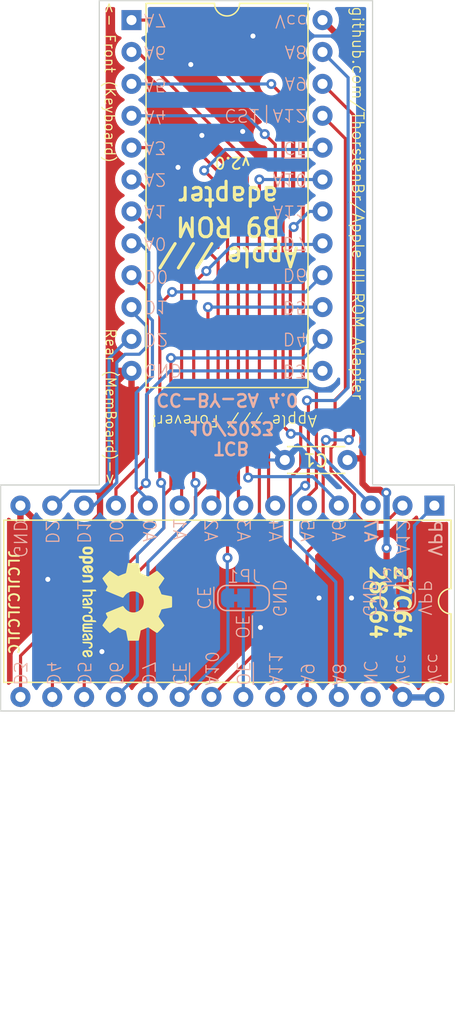
<source format=kicad_pcb>
(kicad_pcb (version 20211014) (generator pcbnew)
  (layers (0 "F.Cu" signal) (31 "B.Cu" signal) (34 "B.Paste" user) (35 "F.Paste" user) (36 "B.SilkS" user "B.Silkscreen") (37 "F.SilkS" user "F.Silkscreen") (38 "B.Mask" user) (39 "F.Mask" user) (44 "Edge.Cuts" user))
  (net 0 "")
  (net 1 "~{CE}")
  (net 2 "GND")
  (net 3 "/A7")
  (net 4 "/A6")
  (net 5 "/A5")
  (net 6 "/A4")
  (net 7 "/A3")
  (net 8 "/A2")
  (net 9 "/A1")
  (net 10 "/A0")
  (net 11 "/D0")
  (net 12 "/D1")
  (net 13 "/D2")
  (net 14 "/D3")
  (net 15 "/D4")
  (net 16 "/D5")
  (net 17 "/D6")
  (net 18 "/D7")
  (net 19 "/A11")
  (net 20 "/A10")
  (net 21 "/A12")
  (net 22 "/A9")
  (net 23 "/A8")
  (net 24 "VCC")
  (net 26 "/~{OE}")
  (net 27 "/VPP")
  (footprint "Symbols:OSHW-Logo2_9.8x8mm_SilkScreen" (layer "F.Cu") (at 125.46 105.01 -90)
    (fp_text reference "REF***" hide)
    (fp_text value "OSHW-Logo2_9.8x8mm_SilkScreen" hide)
  )
  (footprint "Package_DIP:DIP-24_W15.24mm" (layer "F.Cu") (at 125.94 58.67)
    (fp_text reference "U1" hide)
    (fp_text value "2532" hide)
    (pad "1" thru_hole rect locked (at 0 0) (size 1.6 1.6) (drill 0.8) (layers *.Cu *.Mask) (net 3 "/A7"))
    (pad "2" thru_hole oval locked (at 0 2.54) (size 1.6 1.6) (drill 0.8) (layers *.Cu *.Mask) (net 4 "/A6"))
    (pad "3" thru_hole oval locked (at 0 5.08) (size 1.6 1.6) (drill 0.8) (layers *.Cu *.Mask) (net 5 "/A5"))
    (pad "4" thru_hole oval locked (at 0 7.62) (size 1.6 1.6) (drill 0.8) (layers *.Cu *.Mask) (net 6 "/A4"))
    (pad "5" thru_hole oval locked (at 0 10.16) (size 1.6 1.6) (drill 0.8) (layers *.Cu *.Mask) (net 7 "/A3"))
    (pad "6" thru_hole oval locked (at 0 12.7) (size 1.6 1.6) (drill 0.8) (layers *.Cu *.Mask) (net 8 "/A2"))
    (pad "7" thru_hole oval locked (at 0 15.24) (size 1.6 1.6) (drill 0.8) (layers *.Cu *.Mask) (net 9 "/A1"))
    (pad "8" thru_hole oval locked (at 0 17.78) (size 1.6 1.6) (drill 0.8) (layers *.Cu *.Mask) (net 10 "/A0"))
    (pad "9" thru_hole oval locked (at 0 20.32) (size 1.6 1.6) (drill 0.8) (layers *.Cu *.Mask) (net 11 "/D0"))
    (pad "10" thru_hole oval locked (at 0 22.86) (size 1.6 1.6) (drill 0.8) (layers *.Cu *.Mask) (net 12 "/D1"))
    (pad "11" thru_hole oval locked (at 0 25.4) (size 1.6 1.6) (drill 0.8) (layers *.Cu *.Mask) (net 13 "/D2"))
    (pad "12" thru_hole oval locked (at 0 27.94) (size 1.6 1.6) (drill 0.8) (layers *.Cu *.Mask) (net 2 "GND"))
    (pad "13" thru_hole oval locked (at 15.24 27.94) (size 1.6 1.6) (drill 0.8) (layers *.Cu *.Mask) (net 14 "/D3"))
    (pad "14" thru_hole oval locked (at 15.24 25.4) (size 1.6 1.6) (drill 0.8) (layers *.Cu *.Mask) (net 15 "/D4"))
    (pad "15" thru_hole oval locked (at 15.24 22.86) (size 1.6 1.6) (drill 0.8) (layers *.Cu *.Mask) (net 16 "/D5"))
    (pad "16" thru_hole oval locked (at 15.24 20.32) (size 1.6 1.6) (drill 0.8) (layers *.Cu *.Mask) (net 17 "/D6"))
    (pad "17" thru_hole oval locked (at 15.24 17.78) (size 1.6 1.6) (drill 0.8) (layers *.Cu *.Mask) (net 18 "/D7"))
    (pad "18" thru_hole oval locked (at 15.24 15.24) (size 1.6 1.6) (drill 0.8) (layers *.Cu *.Mask) (net 19 "/A11"))
    (pad "19" thru_hole oval locked (at 15.24 12.7) (size 1.6 1.6) (drill 0.8) (layers *.Cu *.Mask) (net 20 "/A10"))
    (pad "20" thru_hole oval locked (at 15.24 10.16) (size 1.6 1.6) (drill 0.8) (layers *.Cu *.Mask) (net 1 "~{CE}"))
    (pad "21" thru_hole oval locked (at 15.24 7.62) (size 1.6 1.6) (drill 0.8) (layers *.Cu *.Mask) (net 21 "/A12"))
    (pad "22" thru_hole oval locked (at 15.24 5.08) (size 1.6 1.6) (drill 0.8) (layers *.Cu *.Mask) (net 22 "/A9"))
    (pad "23" thru_hole oval locked (at 15.24 2.54) (size 1.6 1.6) (drill 0.8) (layers *.Cu *.Mask) (net 23 "/A8"))
    (pad "24" thru_hole oval locked (at 15.24 0) (size 1.6 1.6) (drill 0.8) (layers *.Cu *.Mask) (net 24 "VCC"))
  )
  (footprint "Package_DIP:DIP-28_W15.24mm" (layer "F.Cu") (at 150.1 97.34 -90)
    (fp_text reference "U2" hide)
    (fp_text value "2764" hide)
    (pad "1" thru_hole rect locked (at 0 0 270) (size 1.6 1.6) (drill 0.8) (layers *.Cu *.Mask) (net 27 "/VPP"))
    (pad "2" thru_hole oval locked (at 0 2.54 270) (size 1.6 1.6) (drill 0.8) (layers *.Cu *.Mask) (net 21 "/A12"))
    (pad "3" thru_hole oval locked (at 0 5.08 270) (size 1.6 1.6) (drill 0.8) (layers *.Cu *.Mask) (net 3 "/A7"))
    (pad "4" thru_hole oval locked (at 0 7.62 270) (size 1.6 1.6) (drill 0.8) (layers *.Cu *.Mask) (net 4 "/A6"))
    (pad "5" thru_hole oval locked (at 0 10.16 270) (size 1.6 1.6) (drill 0.8) (layers *.Cu *.Mask) (net 5 "/A5"))
    (pad "6" thru_hole oval locked (at 0 12.7 270) (size 1.6 1.6) (drill 0.8) (layers *.Cu *.Mask) (net 6 "/A4"))
    (pad "7" thru_hole oval locked (at 0 15.24 270) (size 1.6 1.6) (drill 0.8) (layers *.Cu *.Mask) (net 7 "/A3"))
    (pad "8" thru_hole oval locked (at 0 17.78 270) (size 1.6 1.6) (drill 0.8) (layers *.Cu *.Mask) (net 8 "/A2"))
    (pad "9" thru_hole oval locked (at 0 20.32 270) (size 1.6 1.6) (drill 0.8) (layers *.Cu *.Mask) (net 9 "/A1"))
    (pad "10" thru_hole oval locked (at 0 22.86 270) (size 1.6 1.6) (drill 0.8) (layers *.Cu *.Mask) (net 10 "/A0"))
    (pad "11" thru_hole oval locked (at 0 25.4 270) (size 1.6 1.6) (drill 0.8) (layers *.Cu *.Mask) (net 11 "/D0"))
    (pad "12" thru_hole oval locked (at 0 27.94 270) (size 1.6 1.6) (drill 0.8) (layers *.Cu *.Mask) (net 12 "/D1"))
    (pad "13" thru_hole oval locked (at 0 30.48 270) (size 1.6 1.6) (drill 0.8) (layers *.Cu *.Mask) (net 13 "/D2"))
    (pad "14" thru_hole oval locked (at 0 33.02 270) (size 1.6 1.6) (drill 0.8) (layers *.Cu *.Mask) (net 2 "GND"))
    (pad "15" thru_hole oval locked (at 15.24 33.02 270) (size 1.6 1.6) (drill 0.8) (layers *.Cu *.Mask) (net 14 "/D3"))
    (pad "16" thru_hole oval locked (at 15.24 30.48 270) (size 1.6 1.6) (drill 0.8) (layers *.Cu *.Mask) (net 15 "/D4"))
    (pad "17" thru_hole oval locked (at 15.24 27.94 270) (size 1.6 1.6) (drill 0.8) (layers *.Cu *.Mask) (net 16 "/D5"))
    (pad "18" thru_hole oval locked (at 15.24 25.4 270) (size 1.6 1.6) (drill 0.8) (layers *.Cu *.Mask) (net 17 "/D6"))
    (pad "19" thru_hole oval locked (at 15.24 22.86 270) (size 1.6 1.6) (drill 0.8) (layers *.Cu *.Mask) (net 18 "/D7"))
    (pad "20" thru_hole oval locked (at 15.24 20.32 270) (size 1.6 1.6) (drill 0.8) (layers *.Cu *.Mask) (net 1 "~{CE}"))
    (pad "21" thru_hole oval locked (at 15.24 17.78 270) (size 1.6 1.6) (drill 0.8) (layers *.Cu *.Mask) (net 20 "/A10"))
    (pad "22" thru_hole oval locked (at 15.24 15.24 270) (size 1.6 1.6) (drill 0.8) (layers *.Cu *.Mask) (net 26 "/~{OE}"))
    (pad "23" thru_hole oval locked (at 15.24 12.7 270) (size 1.6 1.6) (drill 0.8) (layers *.Cu *.Mask) (net 19 "/A11"))
    (pad "24" thru_hole oval locked (at 15.24 10.16 270) (size 1.6 1.6) (drill 0.8) (layers *.Cu *.Mask) (net 22 "/A9"))
    (pad "25" thru_hole oval locked (at 15.24 7.62 270) (size 1.6 1.6) (drill 0.8) (layers *.Cu *.Mask) (net 23 "/A8"))
    (pad "26" thru_hole oval locked (at 15.24 5.08 270) (size 1.6 1.6) (drill 0.8) (layers *.Cu *.Mask))
    (pad "27" thru_hole oval locked (at 15.24 2.54 270) (size 1.6 1.6) (drill 0.8) (layers *.Cu *.Mask) (net 24 "VCC"))
    (pad "28" thru_hole oval locked (at 15.24 0 270) (size 1.6 1.6) (drill 0.8) (layers *.Cu *.Mask) (net 24 "VCC"))
  )
  (footprint "Capacitor_THT:C_Disc_D4.3mm_W1.9mm_P5.00mm" (layer "F.Cu") (at 143.17 93.71 180)
    (fp_text reference "C1" (at 2.54 0.02 180 unlocked) (layer "F.SilkS"))
    (fp_text value "100nF" hide)
    (pad "1" thru_hole circle (at 0 0 180) (size 1.6 1.6) (drill 0.8) (layers *.Cu *.Mask) (net 24 "VCC"))
    (pad "2" thru_hole circle (at 5 0 180) (size 1.6 1.6) (drill 0.8) (layers *.Cu *.Mask) (net 2 "GND"))
  )
  (footprint "Jumper:SolderJumper-2_P1.3mm_Bridged_RoundedPad1.0x1.5mm" (layer "B.Cu") (at 147.175 104.7 180)
    (fp_text reference "JP2" (at -0.04 1.75 180) (layer "B.SilkS") (effects (font (thickness 0.1)) (justify mirror)))
    (fp_text value "SolderJumper_2_Bridged" hide)
    (fp_poly (pts (xy 0.25 0.3) (xy -0.25 0.3) (xy -0.25 -0.3) (xy 0.25 -0.3)) (layer "B.Cu") (width 0) (fill solid))
    (pad "1" smd custom (at -0.65 0 180) (size 1 0.5) (layers "B.Cu" "B.Mask") (net 27 "/VPP") (options (clearance outline) (anchor rect)) (primitives (gr_circle (center 0 -0.25) (end 0.5 -0.25) (width 0) (fill yes)) (gr_circle (center 0 0.25) (end 0.5 0.25) (width 0) (fill yes)) (gr_poly (pts (xy 0.5 -0.75) (xy 0 -0.75) (xy 0 0.75) (xy 0.5 0.75)) (width 0) (fill yes))))
    (pad "2" smd custom (at 0.65 0 180) (size 1 0.5) (layers "B.Cu" "B.Mask") (net 2 "GND") (options (clearance outline) (anchor rect)) (primitives (gr_circle (center 0 -0.25) (end 0.5 -0.25) (width 0) (fill yes)) (gr_circle (center 0 0.25) (end 0.5 0.25) (width 0) (fill yes)) (gr_poly (pts (xy 0 -0.75) (xy -0.5 -0.75) (xy -0.5 0.75) (xy 0 0.75)) (width 0) (fill yes))))
  )
  (footprint "Jumper:SolderJumper-3_P1.3mm_Bridged12_RoundedPad1.0x1.5mm_NumberLabels" (layer "B.Cu") (at 134.88 104.7)
    (fp_text reference "JP1" (at 0.04 -1.71 180) (layer "B.SilkS") (effects (font (thickness 0.1)) (justify mirror)))
    (fp_text value "SolderJumper_3_Bridged12" hide)
    (fp_poly (pts (xy -0.9 0.3) (xy -0.4 0.3) (xy -0.4 -0.3) (xy -0.9 -0.3)) (layer "B.Cu") (width 0) (fill solid))
    (pad "1" smd custom (at -1.3 0) (size 1 0.5) (layers "B.Cu" "B.Mask") (net 1 "~{CE}") (options (clearance outline) (anchor rect)) (primitives (gr_poly (pts (xy 0.55 -0.75) (xy 0 -0.75) (xy 0 0.75) (xy 0.55 0.75)) (width 0) (fill yes)) (gr_circle (center 0 -0.25) (end 0.5 -0.25) (width 0) (fill yes)) (gr_circle (center 0 0.25) (end 0.5 0.25) (width 0) (fill yes))))
    (pad "2" smd rect (at 0 0) (size 1 1.5) (layers "B.Cu" "B.Mask") (net 26 "/~{OE}"))
    (pad "3" smd custom (at 1.3 0) (size 1 0.5) (layers "B.Cu" "B.Mask") (net 2 "GND") (options (clearance outline) (anchor rect)) (primitives (gr_circle (center 0 -0.25) (end 0.5 -0.25) (width 0) (fill yes)) (gr_circle (center 0 0.25) (end 0.5 0.25) (width 0) (fill yes)) (gr_poly (pts (xy 0 -0.75) (xy -0.55 -0.75) (xy -0.55 0.75) (xy 0 0.75)) (width 0) (fill yes))))
  )
  (gr_line (start 115.5 113.7) (end 115.5 95.7) (layer "Edge.Cuts") (width 0.1))
  (gr_line (start 151.71 113.7) (end 115.5 113.7) (layer "Edge.Cuts") (width 0.1))
  (gr_line (start 145.17 57.12) (end 145.17 95.7) (layer "Edge.Cuts") (width 0.1))
  (gr_line (start 123.37 95.7) (end 123.37 57.12) (layer "Edge.Cuts") (width 0.1))
  (gr_line (start 115.5 95.7) (end 123.37 95.7) (layer "Edge.Cuts") (width 0.1))
  (gr_line (start 145.17 95.7) (end 151.71 95.7) (layer "Edge.Cuts") (width 0.1))
  (gr_line (start 123.37 57.12) (end 145.17 57.12) (layer "Edge.Cuts") (width 0.1))
  (gr_line (start 151.71 95.7) (end 151.71 113.7) (layer "Edge.Cuts") (width 0.1))
  (gr_text "D3" (at 140.02 86.61 180) (layer "B.SilkS") (effects (font (size 1 1) (thickness 0.1)) (justify right mirror)))
  (gr_text "A2" (at 126.86 71.37 180) (layer "B.SilkS") (effects (font (size 1 1) (thickness 0.1)) (justify left mirror)))
  (gr_text "A5" (at 139.94 98.36 270) (layer "B.SilkS") (effects (font (size 1 1) (thickness 0.1)) (justify right mirror)))
  (gr_text "A11" (at 140.02 73.94 180) (layer "B.SilkS") (effects (font (size 1 1) (thickness 0.1)) (justify right mirror)))
  (gr_text "Vcc" (at 150.08 111.7 270) (layer "B.SilkS") (effects (font (size 1 1) (thickness 0.1)) (justify left mirror)))
  (gr_text "D1" (at 126.86 81.51 180) (layer "B.SilkS") (effects (font (size 1 1) (thickness 0.1)) (justify left mirror)))
  (gr_text "A11" (at 137.42 111.75 270) (layer "B.SilkS") (effects (font (size 1 1) (thickness 0.1)) (justify left mirror)))
  (gr_text "D2" (at 126.86 84.1 180) (layer "B.SilkS") (effects (font (size 1 1) (thickness 0.1)) (justify left mirror)))
  (gr_text "A12" (at 147.57 98.4 270) (layer "B.SilkS") (effects (font (size 1 1) (thickness 0.1)) (justify right mirror)))
  (gr_text "A10" (at 132.34 111.75 270) (layer "B.SilkS") (effects (font (size 1 1) (thickness 0.1)) (justify left mirror)))
  (gr_text "GND" (at 144.91 104.71 270) (layer "B.SilkS") (effects (font (size 1 1) (thickness 0.1)) (justify mirror)))
  (gr_text "D6" (at 124.7 111.75 270) (layer "B.SilkS") (effects (font (size 1 1) (thickness 0.1)) (justify left mirror)))
  (gr_text "D6" (at 140.02 78.96 180) (layer "B.SilkS") (effects (font (size 1 1) (thickness 0.1)) (justify right mirror)))
  (gr_text "A3" (at 134.87 98.35 270) (layer "B.SilkS") (effects (font (size 1 1) (thickness 0.1)) (justify right mirror)))
  (gr_text "A0" (at 126.86 76.47 180) (layer "B.SilkS") (effects (font (size 1 1) (thickness 0.1)) (justify left mirror)))
  (gr_text "D0" (at 126.86 79.09 180) (layer "B.SilkS") (effects (font (size 1 1) (thickness 0.1)) (justify left mirror)))
  (gr_text "~{CE}" (at 129.75 111.75 270) (layer "B.SilkS") (effects (font (size 1 1) (thickness 0.1)) (justify left mirror)))
  (gr_text "A2" (at 132.26 98.35 270) (layer "B.SilkS") (effects (font (size 1 1) (thickness 0.1)) (justify right mirror)))
  (gr_text "A7" (at 126.86 58.67 180) (layer "B.SilkS") (effects (font (size 1 1) (thickness 0.1)) (justify left mirror)))
  (gr_text "TCB\n10/2023" (at 133.93 91.97 180) (layer "B.SilkS") (effects (font (size 1 1) (thickness 0.2)) (justify mirror)))
  (gr_text "A10" (at 140.02 71.38 180) (layer "B.SilkS") (effects (font (size 1 1) (thickness 0.1)) (justify right mirror)))
  (gr_text "Vcc" (at 140.02 58.76 180) (layer "B.SilkS") (effects (font (size 1 1) (thickness 0.1)) (justify right mirror)))
  (gr_text "A7" (at 145.03 98.35 270) (layer "B.SilkS") (effects (font (size 1 1)) (justify right mirror)))
  (gr_text "NC" (at 144.98 111.75 270) (layer "B.SilkS") (effects (font (size 1 1) (thickness 0.1)) (justify left mirror)))
  (gr_text "A9" (at 140.02 63.71 180) (layer "B.SilkS") (effects (font (size 1 1) (thickness 0.1)) (justify right mirror)))
  (gr_text "D4" (at 119.7 111.75 270) (layer "B.SilkS") (effects (font (size 1 1) (thickness 0.1)) (justify left mirror)))
  (gr_text "D7" (at 140.02 76.45 180) (layer "B.SilkS") (effects (font (size 1 1) (thickness 0.1)) (justify right mirror)))
  (gr_text "D3" (at 117.05 111.75 270) (layer "B.SilkS") (effects (font (size 1 1) (thickness 0.1)) (justify left mirror)))
  (gr_text "A9" (at 139.95 111.75 270) (layer "B.SilkS") (effects (font (size 1 1) (thickness 0.1)) (justify left mirror)))
  (gr_text "GND" (at 126.86 86.56 180) (layer "B.SilkS") (effects (font (size 1 1) (thickness 0.1)) (justify left mirror)))
  (gr_text "A8" (at 140.02 61.2 180) (layer "B.SilkS") (effects (font (size 1 1) (thickness 0.1)) (justify right mirror)))
  (gr_text "A8" (at 142.48 111.75 270) (layer "B.SilkS") (effects (font (size 1 1) (thickness 0.1)) (justify left mirror)))
  (gr_text "~{CE}" (at 140.02 68.84 180) (layer "B.SilkS") (effects (font (size 1 1) (thickness 0.1)) (justify right mirror)))
  (gr_text "A6" (at 142.44 98.36 270) (layer "B.SilkS") (effects (font (size 1 1) (thickness 0.1)) (justify right mirror)))
  (gr_text "A5" (at 126.86 63.84 180) (layer "B.SilkS") (effects (font (size 1 1) (thickness 0.1)) (justify left mirror)))
  (gr_text "~{OE}" (at 134.84 111.75 270) (layer "B.SilkS") (effects (font (size 1 1) (thickness 0.1)) (justify left mirror)))
  (gr_text "CS1|A12" (at 140.02 66.26 180) (layer "B.SilkS") (effects (font (size 1 1) (thickness 0.1)) (justify right mirror)))
  (gr_text "~{OE}" (at 134.77 106.99 270) (layer "B.SilkS") (effects (font (size 1 1) (thickness 0.1)) (justify mirror)))
  (gr_text "A0" (at 127.36 98.37 270) (layer "B.SilkS") (effects (font (size 1 1) (thickness 0.1)) (justify right mirror)))
  (gr_text "GND" (at 117.05 98.4 270) (layer "B.SilkS") (effects (font (size 1 1) (thickness 0.1)) (justify right mirror)))
  (gr_text "A6" (at 126.86 61.24 180) (layer "B.SilkS") (effects (font (size 1 1) (thickness 0.1)) (justify left mirror)))
  (gr_text "A4" (at 137.4 98.36 270) (layer "B.SilkS") (effects (font (size 1 1) (thickness 0.1)) (justify right mirror)))
  (gr_text "D5" (at 122.15 111.75 270) (layer "B.SilkS") (effects (font (size 1 1) (thickness 0.1)) (justify left mirror)))
  (gr_text "D2" (at 119.6 98.4 270) (layer "B.SilkS") (effects (font (size 1 1) (thickness 0.1)) (justify right mirror)))
  (gr_text "GND" (at 137.73 104.72 270) (layer "B.SilkS") (effects (font (size 1 1) (thickness 0.1)) (justify mirror)))
  (gr_text "VPP" (at 150.13 98.4 270) (layer "B.SilkS") (effects (font (size 1 1)) (justify right mirror)))
  (gr_text "~{CE}" (at 131.69 104.69 270) (layer "B.SilkS") (effects (font (size 1 1) (thickness 0.1)) (justify mirror)))
  (gr_text "A3" (at 126.86 68.83 180) (layer "B.SilkS") (effects (font (size 1 1) (thickness 0.1)) (justify left mirror)))
  (gr_text "D4" (at 140.02 84.07 180) (layer "B.SilkS") (effects (font (size 1 1) (thickness 0.1)) (justify right mirror)))
  (gr_text "D7" (at 127.29 111.75 270) (layer "B.SilkS") (effects (font (size 1 1) (thickness 0.1)) (justify left mirror)))
  (gr_text "D1" (at 122.12 98.37 270) (layer "B.SilkS") (effects (font (size 1 1) (thickness 0.1)) (justify right mirror)))
  (gr_text "VPP" (at 149.32 104.67 270) (layer "B.SilkS") (effects (font (size 1 1) (thickness 0.1)) (justify mirror)))
  (gr_text "A1" (at 126.86 73.91 180) (layer "B.SilkS") (effects (font (size 1 1) (thickness 0.1)) (justify left mirror)))
  (gr_text "D5" (at 140.02 81.55 180) (layer "B.SilkS") (effects (font (size 1 1) (thickness 0.1)) (justify right mirror)))
  (gr_text "D0" (at 124.7 98.37 270) (layer "B.SilkS") (effects (font (size 1 1) (thickness 0.1)) (justify right mirror)))
  (gr_text "Vcc" (at 147.54 111.75 270) (layer "B.SilkS") (effects (font (size 1 1) (thickness 0.1)) (justify left mirror)))
  (gr_text "A4" (at 126.86 66.36 180) (layer "B.SilkS") (effects (font (size 1 1) (thickness 0.1)) (justify left mirror)))
  (gr_text "CC-BY-SA 4.0" (at 133.58 88.92 180) (layer "B.SilkS") (effects (font (size 1 1) (thickness 0.2)) (justify mirror)))
  (gr_text "A1" (at 129.77 98.23 270) (layer "B.SilkS") (effects (font (size 1 1) (thickness 0.1)) (justify right mirror)))
  (gr_text "Rear (MemBoard)->" (at 124.28 95.79 270) (layer "F.SilkS") (effects (font (size 0.8 0.8) (thickness 0.1)) (justify right)))
  (gr_text "Apple /// Forever!" (at 134.15 90.58 180) (layer "F.SilkS") (effects (font (size 0.9 0.9) (thickness 0.1))))
  (gr_text "JLCJLCJLCJLC" (at 116.53 105.04 270) (layer "F.SilkS") (effects (font (size 0.8 0.8))))
  (gr_text "v2.0" (at 133.99 70.03 180) (layer "F.SilkS") (effects (font (size 0.9 0.9))))
  (gr_text "27C64\n28C64" (at 146.56 105.04 270) (layer "F.SilkS") (effects (font (size 1.2 1.2) (thickness 0.25))))
  (gr_text "Apple ///\nB9 ROM\nadapter" (at 133.65 75.1 180) (layer "F.SilkS") (effects (font (size 1.5 1.4) (thickness 0.25))))
  (gr_text "github.com/ThorstenBr/Apple_III_ROM_Adapter" (at 144 73.27 270) (layer "F.SilkS") (effects (font (size 0.9 0.9) (thickness 0.1))))
  (gr_text "<- Front (Keyboard)" (at 124.21 70.1 270) (layer "F.SilkS") (effects (font (size 0.8 0.8) (thickness 0.1)) (justify right)))
  (segment (start 133.6 72.6) (end 133.6 72.51) (width 0.25) (layer "F.Cu") (net 1))
  (segment (start 133.6 72.6) (end 133.6 101.5) (width 0.25) (layer "F.Cu") (net 1))
  (segment (start 133.6 72.51) (end 131.74 70.65) (width 0.25) (layer "F.Cu") (net 1))
  (via (at 131.74 70.65) (size 0.8) (drill 0.4) (layers "F.Cu" "B.Cu") (net 1))
  (via (at 133.6 101.5) (size 0.8) (drill 0.4) (layers "F.Cu" "B.Cu") (net 1))
  (segment (start 135.65 68.98) (end 133.41 68.98) (width 0.25) (layer "B.Cu") (net 1))
  (segment (start 133.58 104.7) (end 133.58 101.52) (width 0.25) (layer "B.Cu") (net 1))
  (segment (start 130.12 112.58) (end 133.64 109.06) (width 0.25) (layer "B.Cu") (net 1))
  (segment (start 133.64 104.76) (end 133.58 104.7) (width 0.25) (layer "B.Cu") (net 1))
  (segment (start 133.64 109.06) (end 133.64 104.76) (width 0.25) (layer "B.Cu") (net 1))
  (segment (start 129.78 112.58) (end 130.12 112.58) (width 0.25) (layer "B.Cu") (net 1))
  (segment (start 135.65 68.98) (end 141.03 68.98) (width 0.25) (layer "B.Cu") (net 1))
  (segment (start 141.18 68.96) (end 141.18 68.83) (width 0.25) (layer "B.Cu") (net 1))
  (segment (start 141.03 68.98) (end 141.18 68.83) (width 0.25) (layer "B.Cu") (net 1))
  (segment (start 133.41 68.98) (end 131.74 70.65) (width 0.25) (layer "B.Cu") (net 1))
  (segment (start 133.58 101.52) (end 133.6 101.5) (width 0.25) (layer "B.Cu") (net 1))
  (segment (start 134.31 108.97) (end 134.23 108.97) (width 0.25) (layer "F.Cu") (net 2))
  (segment (start 119.265 103.215) (end 119.34 103.29) (width 0.25) (layer "F.Cu") (net 2))
  (segment (start 125.94 86.61) (end 125.66 86.61) (width 0.25) (layer "F.Cu") (net 2))
  (segment (start 124.21 95.61) (end 123.43 96.39) (width 0.5) (layer "F.Cu") (net 2))
  (segment (start 123.43 98.13) (end 122.21 99.35) (width 0.5) (layer "F.Cu") (net 2))
  (segment (start 140.9 104.7) (end 143.47 104.7) (width 0.25) (layer "F.Cu") (net 2))
  (segment (start 119.09 103.04) (end 119.09 99.35) (width 0.5) (layer "F.Cu") (net 2))
  (segment (start 119.09 99.35) (end 117.08 97.34) (width 0.5) (layer "F.Cu") (net 2))
  (segment (start 123.58 108.97) (end 134.23 108.97) (width 0.25) (layer "F.Cu") (net 2))
  (segment (start 124.21 88.06) (end 124.21 95.17) (width 0.5) (layer "F.Cu") (net 2))
  (segment (start 136.23 107.05) (end 134.31 108.97) (width 0.25) (layer "F.Cu") (net 2))
  (segment (start 122.21 99.35) (end 119.09 99.35) (width 0.5) (layer "F.Cu") (net 2))
  (segment (start 125.66 86.61) (end 124.21 88.06) (width 0.5) (layer "F.Cu") (net 2))
  (segment (start 119.265 103.215) (end 119.09 103.04) (width 0.5) (layer "F.Cu") (net 2))
  (segment (start 130.67 62.21) (end 134.81 66.35) (width 0.25) (layer "F.Cu") (net 2))
  (segment (start 123.43 96.39) (end 123.43 98.13) (width 0.5) (layer "F.Cu") (net 2))
  (segment (start 134.81 66.35) (end 134.81 67.54) (width 0.25) (layer "F.Cu") (net 2))
  (segment (start 124.21 95.17) (end 124.21 95.61) (width 0.5) (layer "F.Cu") (net 2))
  (via (at 140.9 104.7) (size 0.8) (drill 0.4) (layers "F.Cu" "B.Cu") (net 2))
  (via (at 136.23 107.05) (size 0.8) (drill 0.4) (layers "F.Cu" "B.Cu") (net 2))
  (via (at 119.265 103.215) (size 0.8) (drill 0.4) (layers "F.Cu" "B.Cu") (net 2))
  (via (at 130.67 62.21) (size 0.8) (drill 0.4) (layers "F.Cu" "B.Cu") (net 2))
  (via (at 123.58 108.97) (size 0.8) (drill 0.4) (layers "F.Cu" "B.Cu") (net 2))
  (via (at 143.49 104.7) (size 0.8) (drill 0.4) (layers "F.Cu" "B.Cu") (net 2))
  (via (at 135.63 59.94) (size 0.8) (drill 0.4) (layers "F.Cu" "B.Cu") (net 2))
  (via (at 131.555 67.855) (size 0.8) (drill 0.4) (layers "F.Cu" "B.Cu") (net 2))
  (via (at 134.81 67.54) (size 0.8) (drill 0.4) (layers "F.Cu" "B.Cu") (net 2))
  (via (at 129.65 70.4) (size 0.8) (drill 0.4) (layers "F.Cu" "B.Cu") (net 2))
  (segment (start 135.83 93.71) (end 134.92 93.71) (width 0.25) (layer "B.Cu") (net 2))
  (segment (start 135.83 93.71) (end 135.83 93.23) (width 0.25) (layer "B.Cu") (net 2))
  (segment (start 129.65 70.4) (end 129.65 78.27) (width 0.25) (layer "B.Cu") (net 2))
  (segment (start 131.555 67.855) (end 129.65 69.76) (width 0.25) (layer "B.Cu") (net 2))
  (segment (start 123.58 107.56) (end 123.58 108.97) (width 0.25) (layer "B.Cu") (net 2))
  (segment (start 119.265 103.245) (end 123.58 107.56) (width 0.25) (layer "B.Cu") (net 2))
  (segment (start 142.18 59.94) (end 135.63 59.94) (width 0.25) (layer "B.Cu") (net 2))
  (segment (start 136.23 104.75) (end 136.18 104.7) (width 0.25) (layer "B.Cu") (net 2))
  (segment (start 144.12 61.88) (end 142.18 59.94) (width 0.25) (layer "B.Cu") (net 2))
  (segment (start 142.88 90.13) (end 144.12 88.89) (width 0.25) (layer "B.Cu") (net 2))
  (segment (start 143.49 104.7) (end 146.515 104.7) (width 0.25) (layer "B.Cu") (net 2))
  (segment (start 129.65 69.76) (end 129.65 70.4) (width 0.25) (layer "B.Cu") (net 2))
  (segment (start 136.23 107.05) (end 136.23 104.75) (width 0.25) (layer "B.Cu") (net 2))
  (segment (start 136.19 104.69) (end 136.18 104.7) (width 0.25) (layer "B.Cu") (net 2))
  (segment (start 131.87 67.54) (end 131.555 67.855) (width 0.25) (layer "B.Cu") (net 2))
  (segment (start 136.18 104.7) (end 140.88 104.7) (width 0.25) (layer "B.Cu") (net 2))
  (segment (start 134.92 93.71) (end 133.6 95.03) (width 0.25) (layer "B.Cu") (net 2))
  (segment (start 129.65 78.27) (end 130.92 79.54) (width 0.25) (layer "B.Cu") (net 2))
  (segment (start 136.19 102.05) (end 136.19 104.69) (width 0.25) (layer "B.Cu") (net 2))
  (segment (start 138.17 93.71) (end 135.83 93.71) (width 0.25) (layer "B.Cu") (net 2))
  (segment (start 130.92 79.54) (end 135.44 79.54) (width 0.25) (layer "B.Cu") (net 2))
  (segment (start 119.265 103.215) (end 119.265 103.245) (width 0.25) (layer "B.Cu") (net 2))
  (segment (start 135.83 93.23) (end 138.93 90.13) (width 0.25) (layer "B.Cu") (net 2))
  (segment (start 144.12 88.89) (end 144.12 61.88) (width 0.25) (layer "B.Cu") (net 2))
  (segment (start 133.6 99.46) (end 136.19 102.05) (width 0.25) (layer "B.Cu") (net 2))
  (segment (start 133.6 95.03) (end 133.6 99.46) (width 0.25) (layer "B.Cu") (net 2))
  (segment (start 134.81 67.54) (end 131.87 67.54) (width 0.25) (layer "B.Cu") (net 2))
  (segment (start 138.93 90.13) (end 142.88 90.13) (width 0.25) (layer "B.Cu") (net 2))
  (segment (start 125.94 58.67) (end 129.18 58.67) (width 0.25) (layer "F.Cu") (net 3))
  (segment (start 129.18 58.67) (end 138.03 67.52) (width 0.25) (layer "F.Cu") (net 3))
  (segment (start 138.03 67.52) (end 138.03 91) (width 0.25) (layer "F.Cu") (net 3))
  (segment (start 138.03 91) (end 138.65 91.62) (width 0.25) (layer "F.Cu") (net 3))
  (via (at 138.65 91.62) (size 0.8) (drill 0.4) (layers "F.Cu" "B.Cu") (net 3))
  (segment (start 138.65 91.62) (end 139.39 91.62) (width 0.25) (layer "B.Cu") (net 3))
  (segment (start 139.39 91.62) (end 145.03 97.26) (width 0.25) (layer "B.Cu") (net 3))
  (segment (start 135.17 95.03) (end 135.17 69.94) (width 0.25) (layer "F.Cu") (net 4))
  (segment (start 135.17 69.94) (end 126.44 61.21) (width 0.25) (layer "F.Cu") (net 4))
  (segment (start 126.44 61.21) (end 125.94 61.21) (width 0.25) (layer "F.Cu") (net 4))
  (segment (start 135.25 95.11) (end 135.17 95.03) (width 0.25) (layer "F.Cu") (net 4))
  (via (at 135.25 95.11) (size 0.8) (drill 0.4) (layers "F.Cu" "B.Cu") (net 4))
  (segment (start 135.325 95.035) (end 135.25 95.11) (width 0.25) (layer "B.Cu") (net 4))
  (segment (start 140.395 95.035) (end 135.325 95.035) (width 0.25) (layer "B.Cu") (net 4))
  (segment (start 142.48 97.12) (end 140.395 95.035) (width 0.25) (layer "B.Cu") (net 4))
  (segment (start 142.48 97.34) (end 142.48 97.12) (width 0.25) (layer "B.Cu") (net 4))
  (segment (start 139.64 66.31) (end 137.09 63.76) (width 0.25) (layer "F.Cu") (net 5))
  (segment (start 139.64 87.25) (end 139.64 66.31) (width 0.25) (layer "F.Cu") (net 5))
  (segment (start 139.94 96.68) (end 140.69 95.93) (width 0.25) (layer "F.Cu") (net 5))
  (segment (start 139.94 97.34) (end 139.94 96.68) (width 0.25) (layer "F.Cu") (net 5))
  (segment (start 140.69 95.93) (end 140.69 88.3) (width 0.25) (layer "F.Cu") (net 5))
  (segment (start 140.69 88.3) (end 139.64 87.25) (width 0.25) (layer "F.Cu") (net 5))
  (via (at 137.09 63.76) (size 0.8) (drill 0.4) (layers "F.Cu" "B.Cu") (net 5))
  (segment (start 137.09 63.76) (end 125.95 63.76) (width 0.25) (layer "B.Cu") (net 5))
  (segment (start 125.95 63.76) (end 125.94 63.75) (width 0.25) (layer "B.Cu") (net 5))
  (segment (start 136.875 96.815) (end 136.875 92.785) (width 0.25) (layer "F.Cu") (net 6))
  (segment (start 136.875 92.785) (end 137.41 92.25) (width 0.25) (layer "F.Cu") (net 6))
  (segment (start 137.41 92.25) (end 137.41 68.59) (width 0.25) (layer "F.Cu") (net 6))
  (segment (start 137.41 68.59) (end 136.57 67.75) (width 0.25) (layer "F.Cu") (net 6))
  (segment (start 137.4 97.34) (end 136.875 96.815) (width 0.25) (layer "F.Cu") (net 6))
  (via (at 136.57 67.75) (size 0.8) (drill 0.4) (layers "F.Cu" "B.Cu") (net 6))
  (segment (start 134.79 66.29) (end 125.94 66.29) (width 0.25) (layer "B.Cu") (net 6))
  (segment (start 136.57 67.75) (end 135.11 66.29) (width 0.25) (layer "B.Cu") (net 6))
  (segment (start 135.11 66.29) (end 134.79 66.29) (width 0.25) (layer "B.Cu") (net 6))
  (segment (start 130.945305 68.83) (end 125.94 68.83) (width 0.25) (layer "F.Cu") (net 7))
  (segment (start 134.47 97.63) (end 134.47 72.354695) (width 0.25) (layer "F.Cu") (net 7))
  (segment (start 134.47 72.354695) (end 130.945305 68.83) (width 0.25) (layer "F.Cu") (net 7))
  (segment (start 125.94 71.37) (end 126.35 71.37) (width 0.25) (layer "F.Cu") (net 8))
  (segment (start 132.85 96.79) (end 132.85 77.87) (width 0.25) (layer "F.Cu") (net 8))
  (segment (start 126.35 71.37) (end 132.85 77.87) (width 0.25) (layer "F.Cu") (net 8))
  (segment (start 132.33 97.31) (end 132.85 96.79) (width 0.25) (layer "F.Cu") (net 8))
  (segment (start 129.94 97.88) (end 129.94 77.91) (width 0.25) (layer "F.Cu") (net 9))
  (segment (start 129.94 77.91) (end 125.94 73.91) (width 0.25) (layer "F.Cu") (net 9))
  (segment (start 126.61 76.45) (end 127.32 77.16) (width 0.25) (layer "B.Cu") (net 10))
  (segment (start 127.24 97.34) (end 127.24 96.86) (width 0.25) (layer "B.Cu") (net 10))
  (segment (start 127.61 87.06) (end 126.315 88.355) (width 0.25) (layer "B.Cu") (net 10))
  (segment (start 126.315 88.355) (end 126.315 95.935) (width 0.25) (layer "B.Cu") (net 10))
  (segment (start 127.32 77.16) (end 127.32 82.3) (width 0.25) (layer "B.Cu") (net 10))
  (segment (start 127.61 82.59) (end 127.61 87.06) (width 0.25) (layer "B.Cu") (net 10))
  (segment (start 127.32 82.3) (end 127.61 82.59) (width 0.25) (layer "B.Cu") (net 10))
  (segment (start 125.94 76.45) (end 126.61 76.45) (width 0.25) (layer "B.Cu") (net 10))
  (segment (start 127.24 96.86) (end 126.315 95.935) (width 0.25) (layer "B.Cu") (net 10))
  (segment (start 124.7 97.34) (end 124.7 96) (width 0.25) (layer "F.Cu") (net 11))
  (segment (start 127.2 80.25) (end 127.2 87.73) (width 0.25) (layer "F.Cu") (net 11))
  (segment (start 124.7 96) (end 127.2 93.5) (width 0.25) (layer "F.Cu") (net 11))
  (segment (start 127.2 93.5) (end 127.2 87.73) (width 0.25) (layer "F.Cu") (net 11))
  (segment (start 125.94 78.99) (end 127.2 80.25) (width 0.25) (layer "F.Cu") (net 11))
  (segment (start 124.765 85.945) (end 125.425 85.285) (width 0.25) (layer "B.Cu") (net 12))
  (segment (start 127.125 84.725) (end 127.125 83.035) (width 0.25) (layer "B.Cu") (net 12))
  (segment (start 127.125 83.035) (end 125.94 81.85) (width 0.25) (layer "B.Cu") (net 12))
  (segment (start 125.425 85.285) (end 126.565 85.285) (width 0.25) (layer "B.Cu") (net 12))
  (segment (start 122.16 97.34) (end 122.93 97.34) (width 0.25) (layer "B.Cu") (net 12))
  (segment (start 122.93 97.34) (end 124.765 95.505) (width 0.25) (layer "B.Cu") (net 12))
  (segment (start 124.765 95.505) (end 124.765 85.945) (width 0.25) (layer "B.Cu") (net 12))
  (segment (start 126.565 85.285) (end 127.125 84.725) (width 0.25) (layer "B.Cu") (net 12))
  (segment (start 125.94 81.85) (end 125.94 81.53) (width 0.25) (layer "B.Cu") (net 12))
  (segment (start 123.42 96.19) (end 121.04 96.19) (width 0.25) (layer "B.Cu") (net 13))
  (segment (start 125.94 84.07) (end 125.68 84.07) (width 0.25) (layer "B.Cu") (net 13))
  (segment (start 124.15 95.46) (end 123.42 96.19) (width 0.25) (layer "B.Cu") (net 13))
  (segment (start 121.04 96.19) (end 119.63 97.6) (width 0.25) (layer "B.Cu") (net 13))
  (segment (start 125.68 84.07) (end 124.15 85.6) (width 0.25) (layer "B.Cu") (net 13))
  (segment (start 124.15 85.6) (end 124.15 95.46) (width 0.25) (layer "B.Cu") (net 13))
  (segment (start 126 96.61) (end 126 100.39) (width 0.25) (layer "F.Cu") (net 14))
  (segment (start 126.03 96.61) (end 126 96.61) (width 0.25) (layer "F.Cu") (net 14))
  (segment (start 117.09 109.3) (end 117.09 113.27) (width 0.25) (layer "F.Cu") (net 14))
  (segment (start 126 100.39) (end 117.09 109.3) (width 0.25) (layer "F.Cu") (net 14))
  (segment (start 127.09 95.55) (end 126.03 96.61) (width 0.25) (layer "F.Cu") (net 14))
  (via (at 127.09 95.55) (size 0.8) (drill 0.4) (layers "F.Cu" "B.Cu") (net 14))
  (segment (start 141.18 86.61) (end 129.02 86.61) (width 0.25) (layer "B.Cu") (net 14))
  (segment (start 127.14 88.49) (end 127.14 95.5) (width 0.25) (layer "B.Cu") (net 14))
  (segment (start 129.02 86.61) (end 127.14 88.49) (width 0.25) (layer "B.Cu") (net 14))
  (segment (start 127.14 95.5) (end 127.09 95.55) (width 0.25) (layer "B.Cu") (net 14))
  (segment (start 128.525 96.515) (end 128.525 99.125) (width 0.25) (layer "F.Cu") (net 15))
  (segment (start 128.525 99.125) (end 119.63 108.02) (width 0.25) (layer "F.Cu") (net 15))
  (segment (start 129.085 85.585) (end 129.085 95.955) (width 0.25) (layer "F.Cu") (net 15))
  (segment (start 119.63 108.02) (end 119.63 113.27) (width 0.25) (layer "F.Cu") (net 15))
  (segment (start 129.085 95.955) (end 128.525 96.515) (width 0.25) (layer "F.Cu") (net 15))
  (via (at 129.085 85.585) (size 0.8) (drill 0.4) (layers "F.Cu" "B.Cu") (net 15))
  (segment (start 129.085 85.585) (end 139.665 85.585) (width 0.25) (layer "B.Cu") (net 15))
  (segment (start 139.665 85.585) (end 141.18 84.07) (width 0.25) (layer "B.Cu") (net 15))
  (segment (start 132.04 95.64) (end 132.04 81.53) (width 0.25) (layer "F.Cu") (net 16))
  (segment (start 131.035 96.645) (end 132.04 95.64) (width 0.25) (layer "F.Cu") (net 16))
  (segment (start 122.17 113.27) (end 122.17 106.93) (width 0.25) (layer "F.Cu") (net 16))
  (segment (start 122.17 106.93) (end 131.035 98.065) (width 0.25) (layer "F.Cu") (net 16))
  (segment (start 131.035 98.065) (end 131.035 96.645) (width 0.25) (layer "F.Cu") (net 16))
  (via (at 132.04 81.53) (size 0.8) (drill 0.4) (layers "F.Cu" "B.Cu") (net 16))
  (segment (start 141.18 81.53) (end 132.04 81.53) (width 0.25) (layer "B.Cu") (net 16))
  (segment (start 128.2 81.31) (end 129.18 80.33) (width 0.25) (layer "F.Cu") (net 17))
  (segment (start 128.3 95.53) (end 128.2 95.43) (width 0.25) (layer "F.Cu") (net 17))
  (segment (start 128.2 95.43) (end 128.2 81.31) (width 0.25) (layer "F.Cu") (net 17))
  (via (at 129.18 80.33) (size 0.8) (drill 0.4) (layers "F.Cu" "B.Cu") (net 17))
  (via (at 128.3 95.53) (size 0.8) (drill 0.4) (layers "F.Cu" "B.Cu") (net 17))
  (segment (start 126.405 110.875) (end 126.405 101.235) (width 0.25) (layer "B.Cu") (net 17))
  (segment (start 128.51 99.13) (end 128.51 95.74) (width 0.25) (layer "B.Cu") (net 17))
  (segment (start 128.51 95.74) (end 128.3 95.53) (width 0.25) (layer "B.Cu") (net 17))
  (segment (start 129.19 80.32) (end 139.85 80.32) (width 0.25) (layer "B.Cu") (net 17))
  (segment (start 129.18 80.33) (end 129.19 80.32) (width 0.25) (layer "B.Cu") (net 17))
  (segment (start 124.7 112.58) (end 126.405 110.875) (width 0.25) (layer "B.Cu") (net 17))
  (segment (start 139.85 80.32) (end 141.18 78.99) (width 0.25) (layer "B.Cu") (net 17))
  (segment (start 126.405 101.235) (end 128.51 99.13) (width 0.25) (layer "B.Cu") (net 17))
  (segment (start 130.905 95.405) (end 131.04 95.54) (width 0.25) (layer "F.Cu") (net 18))
  (segment (start 130.905 80.345) (end 130.905 95.405) (width 0.25) (layer "F.Cu") (net 18))
  (segment (start 131.91 78.66) (end 131.89 78.66) (width 0.25) (layer "F.Cu") (net 18))
  (segment (start 130.9 79.65) (end 130.9 80.34) (width 0.25) (layer "F.Cu") (net 18))
  (segment (start 131.89 78.66) (end 130.9 79.65) (width 0.25) (layer "F.Cu") (net 18))
  (segment (start 130.9 80.34) (end 130.905 80.345) (width 0.25) (layer "F.Cu") (net 18))
  (via (at 131.04 95.54) (size 0.8) (drill 0.4) (layers "F.Cu" "B.Cu") (net 18))
  (via (at 131.91 78.66) (size 0.8) (drill 0.4) (layers "F.Cu" "B.Cu") (net 18))
  (segment (start 131.91 78.66) (end 134.03 76.54) (width 0.25) (layer "B.Cu") (net 18))
  (segment (start 131.04 95.54) (end 131.07 95.57) (width 0.25) (layer "B.Cu") (net 18))
  (segment (start 134.03 76.54) (end 135.01 76.54) (width 0.25) (layer "B.Cu") (net 18))
  (segment (start 141.09 76.54) (end 141.18 76.45) (width 0.25) (layer "B.Cu") (net 18))
  (segment (start 131.07 95.57) (end 131.07 98.04) (width 0.25) (layer "B.Cu") (net 18))
  (segment (start 131.07 98.04) (end 127.25 101.86) (width 0.25) (layer "B.Cu") (net 18))
  (segment (start 127.25 101.86) (end 127.25 113.27) (width 0.25) (layer "B.Cu") (net 18))
  (segment (start 135.01 76.54) (end 141.09 76.54) (width 0.25) (layer "B.Cu") (net 18))
  (segment (start 139.44 94.29) (end 139.44 90.27) (width 0.25) (layer "F.Cu") (net 19))
  (segment (start 137.4 112.58) (end 138.61 111.37) (width 0.25) (layer "F.Cu") (net 19))
  (segment (start 138.61 95.12) (end 139.44 94.29) (width 0.25) (layer "F.Cu") (net 19))
  (segment (start 138.61 89.44) (end 138.61 75.42) (width 0.25) (layer "F.Cu") (net 19))
  (segment (start 138.61 111.37) (end 138.61 95.12) (width 0.25) (layer "F.Cu") (net 19))
  (segment (start 138.61 75.42) (end 138.88 75.15) (width 0.25) (layer "F.Cu") (net 19))
  (segment (start 139.44 90.27) (end 138.61 89.44) (width 0.25) (layer "F.Cu") (net 19))
  (via (at 138.88 75.15) (size 0.8) (drill 0.4) (layers "F.Cu" "B.Cu") (net 19))
  (segment (start 140.12 73.91) (end 138.88 75.15) (width 0.25) (layer "B.Cu") (net 19))
  (segment (start 141.18 73.91) (end 140.12 73.91) (width 0.25) (layer "B.Cu") (net 19))
  (segment (start 137.28 107.62) (end 132.32 112.58) (width 0.25) (layer "F.Cu") (net 20))
  (segment (start 136.14 99.43) (end 137.28 100.57) (width 0.25) (layer "F.Cu") (net 20))
  (segment (start 136.14 71.37) (end 136.14 99.43) (width 0.25) (layer "F.Cu") (net 20))
  (segment (start 137.28 100.57) (end 137.28 107.62) (width 0.25) (layer "F.Cu") (net 20))
  (via (at 136.14 71.37) (size 0.8) (drill 0.4) (layers "F.Cu" "B.Cu") (net 20))
  (segment (start 136.14 71.37) (end 141.18 71.37) (width 0.25) (layer "B.Cu") (net 20))
  (segment (start 147.56 97.34) (end 146.245 98.655) (width 0.25) (layer "F.Cu") (net 21))
  (segment (start 146.245 98.655) (end 144.455 98.655) (width 0.25) (layer "F.Cu") (net 21))
  (segment (start 143.73 96.45) (end 141.85 94.57) (width 0.25) (layer "F.Cu") (net 21))
  (segment (start 143 88.11) (end 143 68.11) (width 0.25) (layer "F.Cu") (net 21))
  (segment (start 143 68.11) (end 141.18 66.29) (width 0.25) (layer "F.Cu") (net 21))
  (segment (start 143.73 97.93) (end 143.73 96.45) (width 0.25) (layer "F.Cu") (net 21))
  (segment (start 141.85 94.57) (end 141.85 92.77) (width 0.25) (layer "F.Cu") (net 21))
  (segment (start 142.18 92.44) (end 142.18 88.93) (width 0.25) (layer "F.Cu") (net 21))
  (segment (start 141.85 92.77) (end 142.18 92.44) (width 0.25) (layer "F.Cu") (net 21))
  (segment (start 144.455 98.655) (end 143.73 97.93) (width 0.25) (layer "F.Cu") (net 21))
  (segment (start 142.18 88.93) (end 143 88.11) (width 0.25) (layer "F.Cu") (net 21))
  (segment (start 143.65 66.22) (end 143.65 91.74) (width 0.25) (layer "F.Cu") (net 22))
  (segment (start 141.18 63.75) (end 143.65 66.22) (width 0.25) (layer "F.Cu") (net 22))
  (segment (start 141.23 93.21) (end 141.23 92.33) (width 0.25) (layer "F.Cu") (net 22))
  (segment (start 139.95 113.27) (end 139.95 101.05) (width 0.25) (layer "F.Cu") (net 22))
  (segment (start 141.23 99.77) (end 141.23 93.21) (width 0.25) (layer "F.Cu") (net 22))
  (segment (start 139.95 101.05) (end 141.23 99.77) (width 0.25) (layer "F.Cu") (net 22))
  (segment (start 143.65 91.74) (end 143.28 92.11) (width 0.25) (layer "F.Cu") (net 22))
  (segment (start 141.23 92.33) (end 141.45 92.11) (width 0.25) (layer "F.Cu") (net 22))
  (via (at 143.28 92.11) (size 0.8) (drill 0.4) (layers "F.Cu" "B.Cu") (net 22))
  (via (at 141.45 92.11) (size 0.8) (drill 0.4) (layers "F.Cu" "B.Cu") (net 22))
  (segment (start 143.28 92.11) (end 141.45 92.11) (width 0.25) (layer "B.Cu") (net 22))
  (segment (start 139.8 95.76) (end 140.05 95.51) (width 0.25) (layer "F.Cu") (net 23))
  (segment (start 140.05 95.51) (end 140.05 89.08) (width 0.25) (layer "F.Cu") (net 23))
  (segment (start 140.05 89.08) (end 139.94 88.97) (width 0.25) (layer "F.Cu") (net 23))
  (via (at 139.94 88.97) (size 0.8) (drill 0.4) (layers "F.Cu" "B.Cu") (net 23))
  (via (at 139.8 95.76) (size 0.8) (drill 0.4) (layers "F.Cu" "B.Cu") (net 23))
  (segment (start 143.22 63.25) (end 141.18 61.21) (width 0.25) (layer "B.Cu") (net 23))
  (segment (start 142.19 88.97) (end 143.22 87.94) (width 0.25) (layer "B.Cu") (net 23))
  (segment (start 139.94 88.97) (end 142.19 88.97) (width 0.25) (layer "B.Cu") (net 23))
  (segment (start 138.7 99.89) (end 138.7 96.67) (width 0.25) (layer "B.Cu") (net 23))
  (segment (start 143.22 67.51) (end 143.22 63.25) (width 0.25) (layer "B.Cu") (net 23))
  (segment (start 142.24 113.02) (end 142.24 103.43) (width 0.25) (layer "B.Cu") (net 23))
  (segment (start 139.8 95.76) (end 139.61 95.76) (width 0.25) (layer "B.Cu") (net 23))
  (segment (start 139.61 95.76) (end 138.7 96.67) (width 0.25) (layer "B.Cu") (net 23))
  (segment (start 142.24 103.43) (end 138.7 99.89) (width 0.25) (layer "B.Cu") (net 23))
  (segment (start 143.22 87.94) (end 143.22 67.51) (width 0.25) (layer "B.Cu") (net 23))
  (segment (start 146.29 100.72) (end 146.29 108.82) (width 0.5) (layer "F.Cu") (net 24))
  (segment (start 144.87 96.08) (end 145.77 96.08) (width 0.5) (layer "F.Cu") (net 24))
  (segment (start 143.3 93.58) (end 143.17 93.71) (width 0.5) (layer "F.Cu") (net 24))
  (segment (start 146.01 96.32) (end 146.26 96.32) (width 0.5) (layer "F.Cu") (net 24))
  (segment (start 145.77 96.08) (end 146.01 96.32) (width 0.5) (layer "F.Cu") (net 24))
  (segment (start 144.37 93.58) (end 143.3 93.58) (width 0.5) (layer "F.Cu") (net 24))
  (segment (start 146.29 108.82) (end 146.29 111.31) (width 0.5) (layer "F.Cu") (net 24))
  (segment (start 144.37 95.58) (end 144.87 96.08) (width 0.5) (layer "F.Cu") (net 24))
  (segment (start 144.37 61.86) (end 144.37 93.58) (width 0.5) (layer "F.Cu") (net 24))
  (segment (start 146.29 111.31) (end 147.56 112.58) (width 0.5) (layer "F.Cu") (net 24))
  (segment (start 144.37 93.58) (end 144.37 95.58) (width 0.5) (layer "F.Cu") (net 24))
  (segment (start 141.18 58.67) (end 144.37 61.86) (width 0.5) (layer "F.Cu") (net 24))
  (via (at 146.29 100.72) (size 0.8) (drill 0.4) (layers "F.Cu" "B.Cu") (net 24))
  (via (at 146.26 96.32) (size 0.8) (drill 0.4) (layers "F.Cu" "B.Cu") (net 24))
  (segment (start 147.61 112.62) (end 150.15 112.62) (width 0.5) (layer "B.Cu") (net 24))
  (segment (start 146.29 100.72) (end 146.29 96.6) (width 0.5) (layer "B.Cu") (net 24))
  (segment (start 134.86 112.58) (end 134.86 104.72) (width 0.25) (layer "B.Cu") (net 26))
  (segment (start 148.515 98.925) (end 150.1 97.34) (width 0.25) (layer "B.Cu") (net 27))
  (segment (start 148.515 98.925) (end 148.515 104.01) (width 0.25) (layer "B.Cu") (net 27))
  (segment (start 148.515 104.01) (end 147.825 104.7) (width 0.25) (layer "B.Cu") (net 27))
  (zone (net 2) (net_name "GND") (layer "F.Cu") (connect_pads (clearance 0.508)) (min_thickness 0.254) (fill yes (thermal_gap 0.508) (thermal_bridge_width 0.508))
    (polygon (pts (xy 145.16 95.72) (xy 151.7 95.72) (xy 151.71 113.7) (xy 115.5 113.7) (xy 115.5 95.7) (xy 123.38 95.69) (xy 123.39 57.14) (xy 145.12 57.17)))
  )
  (zone (net 2) (net_name "GND") (layer "B.Cu") (connect_pads (clearance 0.508)) (min_thickness 0.254) (fill yes (thermal_gap 0.508) (thermal_bridge_width 0.508))
    (polygon (pts (xy 145.16 95.71) (xy 149.09 95.71) (xy 149.09 113.7) (xy 118.01 113.68) (xy 118.02 95.72) (xy 123.38 95.69) (xy 123.41 57.1) (xy 145.12 57.17)))
  )
)
</source>
